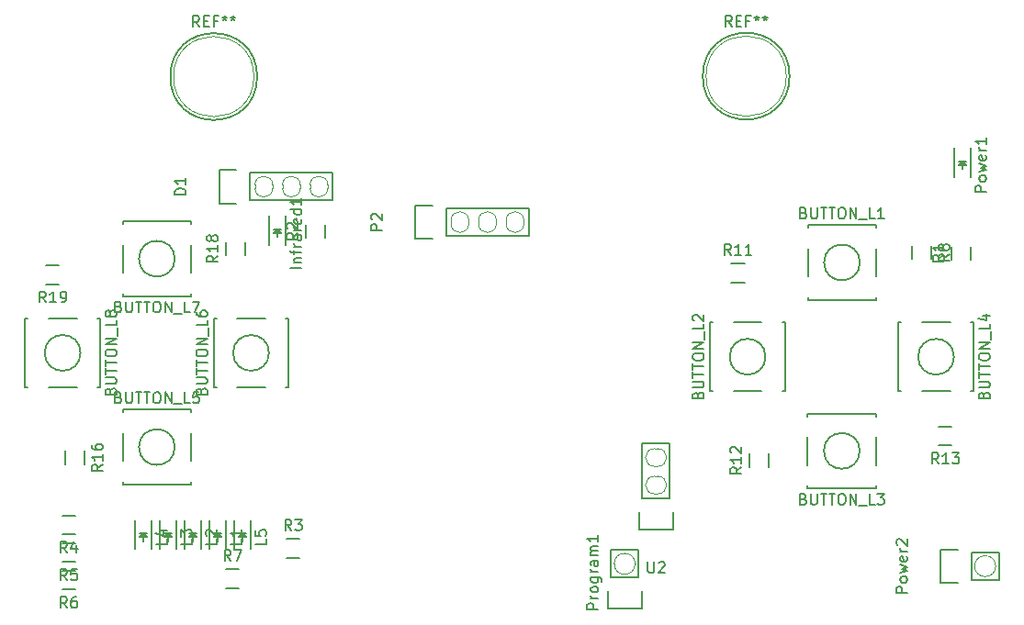
<source format=gto>
G04 #@! TF.FileFunction,Legend,Top*
%FSLAX46Y46*%
G04 Gerber Fmt 4.6, Leading zero omitted, Abs format (unit mm)*
G04 Created by KiCad (PCBNEW 4.0.2+e4-6225~38~ubuntu15.10.1-stable) date Thu 13 Oct 2016 11:17:32 SAST*
%MOMM*%
G01*
G04 APERTURE LIST*
%ADD10C,0.100000*%
%ADD11C,0.150000*%
G04 APERTURE END LIST*
D10*
D11*
X126402600Y-80899000D02*
G75*
G03X126402600Y-80899000I-4000000J0D01*
G01*
X128079100Y-94882100D02*
X128079100Y-94632100D01*
X128079100Y-94632100D02*
X134379100Y-94632100D01*
X134379100Y-94632100D02*
X134379100Y-94882100D01*
X128079100Y-99382100D02*
X128079100Y-96782100D01*
X134379100Y-101282100D02*
X134379100Y-101532100D01*
X134379100Y-101532100D02*
X128079100Y-101532100D01*
X128079100Y-101532100D02*
X128079100Y-101282100D01*
X134379100Y-96782100D02*
X134379100Y-99382100D01*
X132879100Y-98082100D02*
G75*
G03X132879100Y-98082100I-1650000J0D01*
G01*
X119329600Y-109931600D02*
X119079600Y-109931600D01*
X119079600Y-109931600D02*
X119079600Y-103631600D01*
X119079600Y-103631600D02*
X119329600Y-103631600D01*
X123829600Y-109931600D02*
X121229600Y-109931600D01*
X125729600Y-103631600D02*
X125979600Y-103631600D01*
X125979600Y-103631600D02*
X125979600Y-109931600D01*
X125979600Y-109931600D02*
X125729600Y-109931600D01*
X121229600Y-103631600D02*
X123829600Y-103631600D01*
X124179600Y-106781600D02*
G75*
G03X124179600Y-106781600I-1650000J0D01*
G01*
X134366400Y-118668400D02*
X134366400Y-118918400D01*
X134366400Y-118918400D02*
X128066400Y-118918400D01*
X128066400Y-118918400D02*
X128066400Y-118668400D01*
X134366400Y-114168400D02*
X134366400Y-116768400D01*
X128066400Y-112268400D02*
X128066400Y-112018400D01*
X128066400Y-112018400D02*
X134366400Y-112018400D01*
X134366400Y-112018400D02*
X134366400Y-112268400D01*
X128066400Y-116768400D02*
X128066400Y-114168400D01*
X132866400Y-115468400D02*
G75*
G03X132866400Y-115468400I-1650000J0D01*
G01*
X143103200Y-103631600D02*
X143353200Y-103631600D01*
X143353200Y-103631600D02*
X143353200Y-109931600D01*
X143353200Y-109931600D02*
X143103200Y-109931600D01*
X138603200Y-103631600D02*
X141203200Y-103631600D01*
X136703200Y-109931600D02*
X136453200Y-109931600D01*
X136453200Y-109931600D02*
X136453200Y-103631600D01*
X136453200Y-103631600D02*
X136703200Y-103631600D01*
X141203200Y-109931600D02*
X138603200Y-109931600D01*
X141553200Y-106781600D02*
G75*
G03X141553200Y-106781600I-1650000J0D01*
G01*
X64922000Y-111912800D02*
X64922000Y-111662800D01*
X64922000Y-111662800D02*
X71222000Y-111662800D01*
X71222000Y-111662800D02*
X71222000Y-111912800D01*
X64922000Y-116412800D02*
X64922000Y-113812800D01*
X71222000Y-118312800D02*
X71222000Y-118562800D01*
X71222000Y-118562800D02*
X64922000Y-118562800D01*
X64922000Y-118562800D02*
X64922000Y-118312800D01*
X71222000Y-113812800D02*
X71222000Y-116412800D01*
X69722000Y-115112800D02*
G75*
G03X69722000Y-115112800I-1650000J0D01*
G01*
X73558800Y-109576000D02*
X73308800Y-109576000D01*
X73308800Y-109576000D02*
X73308800Y-103276000D01*
X73308800Y-103276000D02*
X73558800Y-103276000D01*
X78058800Y-109576000D02*
X75458800Y-109576000D01*
X79958800Y-103276000D02*
X80208800Y-103276000D01*
X80208800Y-103276000D02*
X80208800Y-109576000D01*
X80208800Y-109576000D02*
X79958800Y-109576000D01*
X75458800Y-103276000D02*
X78058800Y-103276000D01*
X78408800Y-106426000D02*
G75*
G03X78408800Y-106426000I-1650000J0D01*
G01*
X71222000Y-100939200D02*
X71222000Y-101189200D01*
X71222000Y-101189200D02*
X64922000Y-101189200D01*
X64922000Y-101189200D02*
X64922000Y-100939200D01*
X71222000Y-96439200D02*
X71222000Y-99039200D01*
X64922000Y-94539200D02*
X64922000Y-94289200D01*
X64922000Y-94289200D02*
X71222000Y-94289200D01*
X71222000Y-94289200D02*
X71222000Y-94539200D01*
X64922000Y-99039200D02*
X64922000Y-96439200D01*
X69722000Y-97739200D02*
G75*
G03X69722000Y-97739200I-1650000J0D01*
G01*
X62585200Y-103276000D02*
X62835200Y-103276000D01*
X62835200Y-103276000D02*
X62835200Y-109576000D01*
X62835200Y-109576000D02*
X62585200Y-109576000D01*
X58085200Y-103276000D02*
X60685200Y-103276000D01*
X56185200Y-109576000D02*
X55935200Y-109576000D01*
X55935200Y-109576000D02*
X55935200Y-103276000D01*
X55935200Y-103276000D02*
X56185200Y-103276000D01*
X60685200Y-109576000D02*
X58085200Y-109576000D01*
X61035200Y-106426000D02*
G75*
G03X61035200Y-106426000I-1650000J0D01*
G01*
X76657200Y-92354400D02*
X84277200Y-92354400D01*
X76657200Y-89814400D02*
X84277200Y-89814400D01*
X73837200Y-89534400D02*
X75387200Y-89534400D01*
X84277200Y-92354400D02*
X84277200Y-89814400D01*
X76657200Y-89814400D02*
X76657200Y-92354400D01*
X75387200Y-92634400D02*
X73837200Y-92634400D01*
X73837200Y-92634400D02*
X73837200Y-89534400D01*
X78447200Y-93802400D02*
X78447200Y-96502400D01*
X79947200Y-93802400D02*
X79947200Y-96502400D01*
X79047200Y-95302400D02*
X79297200Y-95302400D01*
X79297200Y-95302400D02*
X79147200Y-95152400D01*
X79547200Y-95052400D02*
X78847200Y-95052400D01*
X79197200Y-95402400D02*
X79197200Y-95752400D01*
X79197200Y-95052400D02*
X79547200Y-95402400D01*
X79547200Y-95402400D02*
X78847200Y-95402400D01*
X78847200Y-95402400D02*
X79197200Y-95052400D01*
X72910000Y-121844000D02*
X72910000Y-124544000D01*
X74410000Y-121844000D02*
X74410000Y-124544000D01*
X73510000Y-123344000D02*
X73760000Y-123344000D01*
X73760000Y-123344000D02*
X73610000Y-123194000D01*
X74010000Y-123094000D02*
X73310000Y-123094000D01*
X73660000Y-123444000D02*
X73660000Y-123794000D01*
X73660000Y-123094000D02*
X74010000Y-123444000D01*
X74010000Y-123444000D02*
X73310000Y-123444000D01*
X73310000Y-123444000D02*
X73660000Y-123094000D01*
X70624000Y-121844000D02*
X70624000Y-124544000D01*
X72124000Y-121844000D02*
X72124000Y-124544000D01*
X71224000Y-123344000D02*
X71474000Y-123344000D01*
X71474000Y-123344000D02*
X71324000Y-123194000D01*
X71724000Y-123094000D02*
X71024000Y-123094000D01*
X71374000Y-123444000D02*
X71374000Y-123794000D01*
X71374000Y-123094000D02*
X71724000Y-123444000D01*
X71724000Y-123444000D02*
X71024000Y-123444000D01*
X71024000Y-123444000D02*
X71374000Y-123094000D01*
X68338000Y-121844000D02*
X68338000Y-124544000D01*
X69838000Y-121844000D02*
X69838000Y-124544000D01*
X68938000Y-123344000D02*
X69188000Y-123344000D01*
X69188000Y-123344000D02*
X69038000Y-123194000D01*
X69438000Y-123094000D02*
X68738000Y-123094000D01*
X69088000Y-123444000D02*
X69088000Y-123794000D01*
X69088000Y-123094000D02*
X69438000Y-123444000D01*
X69438000Y-123444000D02*
X68738000Y-123444000D01*
X68738000Y-123444000D02*
X69088000Y-123094000D01*
X66052000Y-121844000D02*
X66052000Y-124544000D01*
X67552000Y-121844000D02*
X67552000Y-124544000D01*
X66652000Y-123344000D02*
X66902000Y-123344000D01*
X66902000Y-123344000D02*
X66752000Y-123194000D01*
X67152000Y-123094000D02*
X66452000Y-123094000D01*
X66802000Y-123444000D02*
X66802000Y-123794000D01*
X66802000Y-123094000D02*
X67152000Y-123444000D01*
X67152000Y-123444000D02*
X66452000Y-123444000D01*
X66452000Y-123444000D02*
X66802000Y-123094000D01*
X75196000Y-121844000D02*
X75196000Y-124544000D01*
X76696000Y-121844000D02*
X76696000Y-124544000D01*
X75796000Y-123344000D02*
X76046000Y-123344000D01*
X76046000Y-123344000D02*
X75896000Y-123194000D01*
X76296000Y-123094000D02*
X75596000Y-123094000D01*
X75946000Y-123444000D02*
X75946000Y-123794000D01*
X75946000Y-123094000D02*
X76296000Y-123444000D01*
X76296000Y-123444000D02*
X75596000Y-123444000D01*
X75596000Y-123444000D02*
X75946000Y-123094000D01*
X94742000Y-95631000D02*
X102362000Y-95631000D01*
X94742000Y-93091000D02*
X102362000Y-93091000D01*
X91922000Y-92811000D02*
X93472000Y-92811000D01*
X102362000Y-95631000D02*
X102362000Y-93091000D01*
X94742000Y-93091000D02*
X94742000Y-95631000D01*
X93472000Y-95911000D02*
X91922000Y-95911000D01*
X91922000Y-95911000D02*
X91922000Y-92811000D01*
X141591600Y-87503200D02*
X141591600Y-90203200D01*
X143091600Y-87503200D02*
X143091600Y-90203200D01*
X142191600Y-89003200D02*
X142441600Y-89003200D01*
X142441600Y-89003200D02*
X142291600Y-88853200D01*
X142691600Y-88753200D02*
X141991600Y-88753200D01*
X142341600Y-89103200D02*
X142341600Y-89453200D01*
X142341600Y-88753200D02*
X142691600Y-89103200D01*
X142691600Y-89103200D02*
X141991600Y-89103200D01*
X141991600Y-89103200D02*
X142341600Y-88753200D01*
X143170000Y-124830000D02*
X145710000Y-124830000D01*
X140350000Y-124550000D02*
X141900000Y-124550000D01*
X143170000Y-124830000D02*
X143170000Y-127370000D01*
X141900000Y-127650000D02*
X140350000Y-127650000D01*
X140350000Y-127650000D02*
X140350000Y-124550000D01*
X143170000Y-127370000D02*
X145710000Y-127370000D01*
X145710000Y-127370000D02*
X145710000Y-124830000D01*
X109931200Y-127152400D02*
X109931200Y-124612400D01*
X109651200Y-129972400D02*
X109651200Y-128422400D01*
X109931200Y-127152400D02*
X112471200Y-127152400D01*
X112751200Y-128422400D02*
X112751200Y-129972400D01*
X112751200Y-129972400D02*
X109651200Y-129972400D01*
X112471200Y-127152400D02*
X112471200Y-124612400D01*
X112471200Y-124612400D02*
X109931200Y-124612400D01*
X143115000Y-96631200D02*
X143115000Y-97831200D01*
X141365000Y-97831200D02*
X141365000Y-96631200D01*
X83577400Y-94599200D02*
X83577400Y-95799200D01*
X81827400Y-95799200D02*
X81827400Y-94599200D01*
X81245000Y-125335000D02*
X80045000Y-125335000D01*
X80045000Y-123585000D02*
X81245000Y-123585000D01*
X59344000Y-121426000D02*
X60544000Y-121426000D01*
X60544000Y-123176000D02*
X59344000Y-123176000D01*
X59344000Y-123966000D02*
X60544000Y-123966000D01*
X60544000Y-125716000D02*
X59344000Y-125716000D01*
X59344000Y-126506000D02*
X60544000Y-126506000D01*
X60544000Y-128256000D02*
X59344000Y-128256000D01*
X75657000Y-128129000D02*
X74457000Y-128129000D01*
X74457000Y-126379000D02*
X75657000Y-126379000D01*
X137707400Y-97780400D02*
X137707400Y-96580400D01*
X139457400Y-96580400D02*
X139457400Y-97780400D01*
X122240600Y-99909600D02*
X121040600Y-99909600D01*
X121040600Y-98159600D02*
X122240600Y-98159600D01*
X124471400Y-115732000D02*
X124471400Y-116932000D01*
X122721400Y-116932000D02*
X122721400Y-115732000D01*
X140166800Y-113221800D02*
X141366800Y-113221800D01*
X141366800Y-114971800D02*
X140166800Y-114971800D01*
X59627800Y-116678000D02*
X59627800Y-115478000D01*
X61377800Y-115478000D02*
X61377800Y-116678000D01*
X76211400Y-96224800D02*
X76211400Y-97424800D01*
X74461400Y-97424800D02*
X74461400Y-96224800D01*
X57870800Y-98337400D02*
X59070800Y-98337400D01*
X59070800Y-100087400D02*
X57870800Y-100087400D01*
X115366800Y-119888000D02*
X115366800Y-114808000D01*
X115366800Y-114808000D02*
X112826800Y-114808000D01*
X112826800Y-114808000D02*
X112826800Y-119888000D01*
X112546800Y-122708000D02*
X112546800Y-121158000D01*
X112826800Y-119888000D02*
X115366800Y-119888000D01*
X115646800Y-121158000D02*
X115646800Y-122708000D01*
X115646800Y-122708000D02*
X112546800Y-122708000D01*
X77317100Y-80937100D02*
G75*
G03X77317100Y-80937100I-4000000J0D01*
G01*
D10*
X126102600Y-80899000D02*
G75*
G03X126102600Y-80899000I-3700000J0D01*
G01*
X78740800Y-91236800D02*
X78740800Y-90932000D01*
X77113600Y-91236800D02*
X77113600Y-90932000D01*
X78740800Y-90932000D02*
G75*
G03X77113600Y-90932000I-813600J0D01*
G01*
X77113600Y-91236800D02*
G75*
G03X78740800Y-91236800I813600J0D01*
G01*
X81280800Y-91236800D02*
X81280800Y-90932000D01*
X79653600Y-91236800D02*
X79653600Y-90932000D01*
X81280800Y-90932000D02*
G75*
G03X79653600Y-90932000I-813600J0D01*
G01*
X79653600Y-91236800D02*
G75*
G03X81280800Y-91236800I813600J0D01*
G01*
X83820800Y-91236800D02*
X83820800Y-90932000D01*
X82193600Y-91236800D02*
X82193600Y-90932000D01*
X83820800Y-90932000D02*
G75*
G03X82193600Y-90932000I-813600J0D01*
G01*
X82193600Y-91236800D02*
G75*
G03X83820800Y-91236800I813600J0D01*
G01*
X96825600Y-94513400D02*
X96825600Y-94208600D01*
X95198400Y-94513400D02*
X95198400Y-94208600D01*
X96825600Y-94208600D02*
G75*
G03X95198400Y-94208600I-813600J0D01*
G01*
X95198400Y-94513400D02*
G75*
G03X96825600Y-94513400I813600J0D01*
G01*
X99365600Y-94513400D02*
X99365600Y-94208600D01*
X97738400Y-94513400D02*
X97738400Y-94208600D01*
X99365600Y-94208600D02*
G75*
G03X97738400Y-94208600I-813600J0D01*
G01*
X97738400Y-94513400D02*
G75*
G03X99365600Y-94513400I813600J0D01*
G01*
X101905600Y-94513400D02*
X101905600Y-94208600D01*
X100278400Y-94513400D02*
X100278400Y-94208600D01*
X101905600Y-94208600D02*
G75*
G03X100278400Y-94208600I-813600J0D01*
G01*
X100278400Y-94513400D02*
G75*
G03X101905600Y-94513400I813600J0D01*
G01*
X144440000Y-127066000D02*
X144440000Y-127066000D01*
X144440000Y-125134000D02*
X144440000Y-125134000D01*
X144440000Y-127066000D02*
G75*
G03X144440000Y-125134000I0J966000D01*
G01*
X144440000Y-125134000D02*
G75*
G03X144440000Y-127066000I0J-966000D01*
G01*
X112167200Y-125882400D02*
X112167200Y-125882400D01*
X110235200Y-125882400D02*
X110235200Y-125882400D01*
X112167200Y-125882400D02*
G75*
G03X110235200Y-125882400I-966000J0D01*
G01*
X110235200Y-125882400D02*
G75*
G03X112167200Y-125882400I966000J0D01*
G01*
X114249200Y-117804400D02*
X113944400Y-117804400D01*
X114249200Y-119431600D02*
X113944400Y-119431600D01*
X113944400Y-117804400D02*
G75*
G03X113944400Y-119431600I0J-813600D01*
G01*
X114249200Y-119431600D02*
G75*
G03X114249200Y-117804400I0J813600D01*
G01*
X114249200Y-115264400D02*
X113944400Y-115264400D01*
X114249200Y-116891600D02*
X113944400Y-116891600D01*
X113944400Y-115264400D02*
G75*
G03X113944400Y-116891600I0J-813600D01*
G01*
X114249200Y-116891600D02*
G75*
G03X114249200Y-115264400I0J813600D01*
G01*
X77017100Y-80937100D02*
G75*
G03X77017100Y-80937100I-3700000J0D01*
G01*
D11*
X121069267Y-76303381D02*
X120735933Y-75827190D01*
X120497838Y-76303381D02*
X120497838Y-75303381D01*
X120878791Y-75303381D01*
X120974029Y-75351000D01*
X121021648Y-75398619D01*
X121069267Y-75493857D01*
X121069267Y-75636714D01*
X121021648Y-75731952D01*
X120974029Y-75779571D01*
X120878791Y-75827190D01*
X120497838Y-75827190D01*
X121497838Y-75779571D02*
X121831172Y-75779571D01*
X121974029Y-76303381D02*
X121497838Y-76303381D01*
X121497838Y-75303381D01*
X121974029Y-75303381D01*
X122735934Y-75779571D02*
X122402600Y-75779571D01*
X122402600Y-76303381D02*
X122402600Y-75303381D01*
X122878791Y-75303381D01*
X123402600Y-75303381D02*
X123402600Y-75541476D01*
X123164505Y-75446238D02*
X123402600Y-75541476D01*
X123640696Y-75446238D01*
X123259743Y-75731952D02*
X123402600Y-75541476D01*
X123545458Y-75731952D01*
X124164505Y-75303381D02*
X124164505Y-75541476D01*
X123926410Y-75446238D02*
X124164505Y-75541476D01*
X124402601Y-75446238D01*
X124021648Y-75731952D02*
X124164505Y-75541476D01*
X124307363Y-75731952D01*
X127705291Y-93510671D02*
X127848148Y-93558290D01*
X127895767Y-93605910D01*
X127943386Y-93701148D01*
X127943386Y-93844005D01*
X127895767Y-93939243D01*
X127848148Y-93986862D01*
X127752910Y-94034481D01*
X127371957Y-94034481D01*
X127371957Y-93034481D01*
X127705291Y-93034481D01*
X127800529Y-93082100D01*
X127848148Y-93129719D01*
X127895767Y-93224957D01*
X127895767Y-93320195D01*
X127848148Y-93415433D01*
X127800529Y-93463052D01*
X127705291Y-93510671D01*
X127371957Y-93510671D01*
X128371957Y-93034481D02*
X128371957Y-93844005D01*
X128419576Y-93939243D01*
X128467195Y-93986862D01*
X128562433Y-94034481D01*
X128752910Y-94034481D01*
X128848148Y-93986862D01*
X128895767Y-93939243D01*
X128943386Y-93844005D01*
X128943386Y-93034481D01*
X129276719Y-93034481D02*
X129848148Y-93034481D01*
X129562433Y-94034481D02*
X129562433Y-93034481D01*
X130038624Y-93034481D02*
X130610053Y-93034481D01*
X130324338Y-94034481D02*
X130324338Y-93034481D01*
X131133862Y-93034481D02*
X131324339Y-93034481D01*
X131419577Y-93082100D01*
X131514815Y-93177338D01*
X131562434Y-93367814D01*
X131562434Y-93701148D01*
X131514815Y-93891624D01*
X131419577Y-93986862D01*
X131324339Y-94034481D01*
X131133862Y-94034481D01*
X131038624Y-93986862D01*
X130943386Y-93891624D01*
X130895767Y-93701148D01*
X130895767Y-93367814D01*
X130943386Y-93177338D01*
X131038624Y-93082100D01*
X131133862Y-93034481D01*
X131991005Y-94034481D02*
X131991005Y-93034481D01*
X132562434Y-94034481D01*
X132562434Y-93034481D01*
X132800529Y-94129719D02*
X133562434Y-94129719D01*
X134276720Y-94034481D02*
X133800529Y-94034481D01*
X133800529Y-93034481D01*
X135133863Y-94034481D02*
X134562434Y-94034481D01*
X134848148Y-94034481D02*
X134848148Y-93034481D01*
X134752910Y-93177338D01*
X134657672Y-93272576D01*
X134562434Y-93320195D01*
X117958171Y-110305409D02*
X118005790Y-110162552D01*
X118053410Y-110114933D01*
X118148648Y-110067314D01*
X118291505Y-110067314D01*
X118386743Y-110114933D01*
X118434362Y-110162552D01*
X118481981Y-110257790D01*
X118481981Y-110638743D01*
X117481981Y-110638743D01*
X117481981Y-110305409D01*
X117529600Y-110210171D01*
X117577219Y-110162552D01*
X117672457Y-110114933D01*
X117767695Y-110114933D01*
X117862933Y-110162552D01*
X117910552Y-110210171D01*
X117958171Y-110305409D01*
X117958171Y-110638743D01*
X117481981Y-109638743D02*
X118291505Y-109638743D01*
X118386743Y-109591124D01*
X118434362Y-109543505D01*
X118481981Y-109448267D01*
X118481981Y-109257790D01*
X118434362Y-109162552D01*
X118386743Y-109114933D01*
X118291505Y-109067314D01*
X117481981Y-109067314D01*
X117481981Y-108733981D02*
X117481981Y-108162552D01*
X118481981Y-108448267D02*
X117481981Y-108448267D01*
X117481981Y-107972076D02*
X117481981Y-107400647D01*
X118481981Y-107686362D02*
X117481981Y-107686362D01*
X117481981Y-106876838D02*
X117481981Y-106686361D01*
X117529600Y-106591123D01*
X117624838Y-106495885D01*
X117815314Y-106448266D01*
X118148648Y-106448266D01*
X118339124Y-106495885D01*
X118434362Y-106591123D01*
X118481981Y-106686361D01*
X118481981Y-106876838D01*
X118434362Y-106972076D01*
X118339124Y-107067314D01*
X118148648Y-107114933D01*
X117815314Y-107114933D01*
X117624838Y-107067314D01*
X117529600Y-106972076D01*
X117481981Y-106876838D01*
X118481981Y-106019695D02*
X117481981Y-106019695D01*
X118481981Y-105448266D01*
X117481981Y-105448266D01*
X118577219Y-105210171D02*
X118577219Y-104448266D01*
X118481981Y-103733980D02*
X118481981Y-104210171D01*
X117481981Y-104210171D01*
X117577219Y-103448266D02*
X117529600Y-103400647D01*
X117481981Y-103305409D01*
X117481981Y-103067313D01*
X117529600Y-102972075D01*
X117577219Y-102924456D01*
X117672457Y-102876837D01*
X117767695Y-102876837D01*
X117910552Y-102924456D01*
X118481981Y-103495885D01*
X118481981Y-102876837D01*
X127692591Y-119896971D02*
X127835448Y-119944590D01*
X127883067Y-119992210D01*
X127930686Y-120087448D01*
X127930686Y-120230305D01*
X127883067Y-120325543D01*
X127835448Y-120373162D01*
X127740210Y-120420781D01*
X127359257Y-120420781D01*
X127359257Y-119420781D01*
X127692591Y-119420781D01*
X127787829Y-119468400D01*
X127835448Y-119516019D01*
X127883067Y-119611257D01*
X127883067Y-119706495D01*
X127835448Y-119801733D01*
X127787829Y-119849352D01*
X127692591Y-119896971D01*
X127359257Y-119896971D01*
X128359257Y-119420781D02*
X128359257Y-120230305D01*
X128406876Y-120325543D01*
X128454495Y-120373162D01*
X128549733Y-120420781D01*
X128740210Y-120420781D01*
X128835448Y-120373162D01*
X128883067Y-120325543D01*
X128930686Y-120230305D01*
X128930686Y-119420781D01*
X129264019Y-119420781D02*
X129835448Y-119420781D01*
X129549733Y-120420781D02*
X129549733Y-119420781D01*
X130025924Y-119420781D02*
X130597353Y-119420781D01*
X130311638Y-120420781D02*
X130311638Y-119420781D01*
X131121162Y-119420781D02*
X131311639Y-119420781D01*
X131406877Y-119468400D01*
X131502115Y-119563638D01*
X131549734Y-119754114D01*
X131549734Y-120087448D01*
X131502115Y-120277924D01*
X131406877Y-120373162D01*
X131311639Y-120420781D01*
X131121162Y-120420781D01*
X131025924Y-120373162D01*
X130930686Y-120277924D01*
X130883067Y-120087448D01*
X130883067Y-119754114D01*
X130930686Y-119563638D01*
X131025924Y-119468400D01*
X131121162Y-119420781D01*
X131978305Y-120420781D02*
X131978305Y-119420781D01*
X132549734Y-120420781D01*
X132549734Y-119420781D01*
X132787829Y-120516019D02*
X133549734Y-120516019D01*
X134264020Y-120420781D02*
X133787829Y-120420781D01*
X133787829Y-119420781D01*
X134502115Y-119420781D02*
X135121163Y-119420781D01*
X134787829Y-119801733D01*
X134930687Y-119801733D01*
X135025925Y-119849352D01*
X135073544Y-119896971D01*
X135121163Y-119992210D01*
X135121163Y-120230305D01*
X135073544Y-120325543D01*
X135025925Y-120373162D01*
X134930687Y-120420781D01*
X134644972Y-120420781D01*
X134549734Y-120373162D01*
X134502115Y-120325543D01*
X144331771Y-110305409D02*
X144379390Y-110162552D01*
X144427010Y-110114933D01*
X144522248Y-110067314D01*
X144665105Y-110067314D01*
X144760343Y-110114933D01*
X144807962Y-110162552D01*
X144855581Y-110257790D01*
X144855581Y-110638743D01*
X143855581Y-110638743D01*
X143855581Y-110305409D01*
X143903200Y-110210171D01*
X143950819Y-110162552D01*
X144046057Y-110114933D01*
X144141295Y-110114933D01*
X144236533Y-110162552D01*
X144284152Y-110210171D01*
X144331771Y-110305409D01*
X144331771Y-110638743D01*
X143855581Y-109638743D02*
X144665105Y-109638743D01*
X144760343Y-109591124D01*
X144807962Y-109543505D01*
X144855581Y-109448267D01*
X144855581Y-109257790D01*
X144807962Y-109162552D01*
X144760343Y-109114933D01*
X144665105Y-109067314D01*
X143855581Y-109067314D01*
X143855581Y-108733981D02*
X143855581Y-108162552D01*
X144855581Y-108448267D02*
X143855581Y-108448267D01*
X143855581Y-107972076D02*
X143855581Y-107400647D01*
X144855581Y-107686362D02*
X143855581Y-107686362D01*
X143855581Y-106876838D02*
X143855581Y-106686361D01*
X143903200Y-106591123D01*
X143998438Y-106495885D01*
X144188914Y-106448266D01*
X144522248Y-106448266D01*
X144712724Y-106495885D01*
X144807962Y-106591123D01*
X144855581Y-106686361D01*
X144855581Y-106876838D01*
X144807962Y-106972076D01*
X144712724Y-107067314D01*
X144522248Y-107114933D01*
X144188914Y-107114933D01*
X143998438Y-107067314D01*
X143903200Y-106972076D01*
X143855581Y-106876838D01*
X144855581Y-106019695D02*
X143855581Y-106019695D01*
X144855581Y-105448266D01*
X143855581Y-105448266D01*
X144950819Y-105210171D02*
X144950819Y-104448266D01*
X144855581Y-103733980D02*
X144855581Y-104210171D01*
X143855581Y-104210171D01*
X144188914Y-102972075D02*
X144855581Y-102972075D01*
X143807962Y-103210171D02*
X144522248Y-103448266D01*
X144522248Y-102829218D01*
X64548191Y-110541371D02*
X64691048Y-110588990D01*
X64738667Y-110636610D01*
X64786286Y-110731848D01*
X64786286Y-110874705D01*
X64738667Y-110969943D01*
X64691048Y-111017562D01*
X64595810Y-111065181D01*
X64214857Y-111065181D01*
X64214857Y-110065181D01*
X64548191Y-110065181D01*
X64643429Y-110112800D01*
X64691048Y-110160419D01*
X64738667Y-110255657D01*
X64738667Y-110350895D01*
X64691048Y-110446133D01*
X64643429Y-110493752D01*
X64548191Y-110541371D01*
X64214857Y-110541371D01*
X65214857Y-110065181D02*
X65214857Y-110874705D01*
X65262476Y-110969943D01*
X65310095Y-111017562D01*
X65405333Y-111065181D01*
X65595810Y-111065181D01*
X65691048Y-111017562D01*
X65738667Y-110969943D01*
X65786286Y-110874705D01*
X65786286Y-110065181D01*
X66119619Y-110065181D02*
X66691048Y-110065181D01*
X66405333Y-111065181D02*
X66405333Y-110065181D01*
X66881524Y-110065181D02*
X67452953Y-110065181D01*
X67167238Y-111065181D02*
X67167238Y-110065181D01*
X67976762Y-110065181D02*
X68167239Y-110065181D01*
X68262477Y-110112800D01*
X68357715Y-110208038D01*
X68405334Y-110398514D01*
X68405334Y-110731848D01*
X68357715Y-110922324D01*
X68262477Y-111017562D01*
X68167239Y-111065181D01*
X67976762Y-111065181D01*
X67881524Y-111017562D01*
X67786286Y-110922324D01*
X67738667Y-110731848D01*
X67738667Y-110398514D01*
X67786286Y-110208038D01*
X67881524Y-110112800D01*
X67976762Y-110065181D01*
X68833905Y-111065181D02*
X68833905Y-110065181D01*
X69405334Y-111065181D01*
X69405334Y-110065181D01*
X69643429Y-111160419D02*
X70405334Y-111160419D01*
X71119620Y-111065181D02*
X70643429Y-111065181D01*
X70643429Y-110065181D01*
X71929144Y-110065181D02*
X71452953Y-110065181D01*
X71405334Y-110541371D01*
X71452953Y-110493752D01*
X71548191Y-110446133D01*
X71786287Y-110446133D01*
X71881525Y-110493752D01*
X71929144Y-110541371D01*
X71976763Y-110636610D01*
X71976763Y-110874705D01*
X71929144Y-110969943D01*
X71881525Y-111017562D01*
X71786287Y-111065181D01*
X71548191Y-111065181D01*
X71452953Y-111017562D01*
X71405334Y-110969943D01*
X72187371Y-109949809D02*
X72234990Y-109806952D01*
X72282610Y-109759333D01*
X72377848Y-109711714D01*
X72520705Y-109711714D01*
X72615943Y-109759333D01*
X72663562Y-109806952D01*
X72711181Y-109902190D01*
X72711181Y-110283143D01*
X71711181Y-110283143D01*
X71711181Y-109949809D01*
X71758800Y-109854571D01*
X71806419Y-109806952D01*
X71901657Y-109759333D01*
X71996895Y-109759333D01*
X72092133Y-109806952D01*
X72139752Y-109854571D01*
X72187371Y-109949809D01*
X72187371Y-110283143D01*
X71711181Y-109283143D02*
X72520705Y-109283143D01*
X72615943Y-109235524D01*
X72663562Y-109187905D01*
X72711181Y-109092667D01*
X72711181Y-108902190D01*
X72663562Y-108806952D01*
X72615943Y-108759333D01*
X72520705Y-108711714D01*
X71711181Y-108711714D01*
X71711181Y-108378381D02*
X71711181Y-107806952D01*
X72711181Y-108092667D02*
X71711181Y-108092667D01*
X71711181Y-107616476D02*
X71711181Y-107045047D01*
X72711181Y-107330762D02*
X71711181Y-107330762D01*
X71711181Y-106521238D02*
X71711181Y-106330761D01*
X71758800Y-106235523D01*
X71854038Y-106140285D01*
X72044514Y-106092666D01*
X72377848Y-106092666D01*
X72568324Y-106140285D01*
X72663562Y-106235523D01*
X72711181Y-106330761D01*
X72711181Y-106521238D01*
X72663562Y-106616476D01*
X72568324Y-106711714D01*
X72377848Y-106759333D01*
X72044514Y-106759333D01*
X71854038Y-106711714D01*
X71758800Y-106616476D01*
X71711181Y-106521238D01*
X72711181Y-105664095D02*
X71711181Y-105664095D01*
X72711181Y-105092666D01*
X71711181Y-105092666D01*
X72806419Y-104854571D02*
X72806419Y-104092666D01*
X72711181Y-103378380D02*
X72711181Y-103854571D01*
X71711181Y-103854571D01*
X71711181Y-102616475D02*
X71711181Y-102806952D01*
X71758800Y-102902190D01*
X71806419Y-102949809D01*
X71949276Y-103045047D01*
X72139752Y-103092666D01*
X72520705Y-103092666D01*
X72615943Y-103045047D01*
X72663562Y-102997428D01*
X72711181Y-102902190D01*
X72711181Y-102711713D01*
X72663562Y-102616475D01*
X72615943Y-102568856D01*
X72520705Y-102521237D01*
X72282610Y-102521237D01*
X72187371Y-102568856D01*
X72139752Y-102616475D01*
X72092133Y-102711713D01*
X72092133Y-102902190D01*
X72139752Y-102997428D01*
X72187371Y-103045047D01*
X72282610Y-103092666D01*
X64548191Y-102167771D02*
X64691048Y-102215390D01*
X64738667Y-102263010D01*
X64786286Y-102358248D01*
X64786286Y-102501105D01*
X64738667Y-102596343D01*
X64691048Y-102643962D01*
X64595810Y-102691581D01*
X64214857Y-102691581D01*
X64214857Y-101691581D01*
X64548191Y-101691581D01*
X64643429Y-101739200D01*
X64691048Y-101786819D01*
X64738667Y-101882057D01*
X64738667Y-101977295D01*
X64691048Y-102072533D01*
X64643429Y-102120152D01*
X64548191Y-102167771D01*
X64214857Y-102167771D01*
X65214857Y-101691581D02*
X65214857Y-102501105D01*
X65262476Y-102596343D01*
X65310095Y-102643962D01*
X65405333Y-102691581D01*
X65595810Y-102691581D01*
X65691048Y-102643962D01*
X65738667Y-102596343D01*
X65786286Y-102501105D01*
X65786286Y-101691581D01*
X66119619Y-101691581D02*
X66691048Y-101691581D01*
X66405333Y-102691581D02*
X66405333Y-101691581D01*
X66881524Y-101691581D02*
X67452953Y-101691581D01*
X67167238Y-102691581D02*
X67167238Y-101691581D01*
X67976762Y-101691581D02*
X68167239Y-101691581D01*
X68262477Y-101739200D01*
X68357715Y-101834438D01*
X68405334Y-102024914D01*
X68405334Y-102358248D01*
X68357715Y-102548724D01*
X68262477Y-102643962D01*
X68167239Y-102691581D01*
X67976762Y-102691581D01*
X67881524Y-102643962D01*
X67786286Y-102548724D01*
X67738667Y-102358248D01*
X67738667Y-102024914D01*
X67786286Y-101834438D01*
X67881524Y-101739200D01*
X67976762Y-101691581D01*
X68833905Y-102691581D02*
X68833905Y-101691581D01*
X69405334Y-102691581D01*
X69405334Y-101691581D01*
X69643429Y-102786819D02*
X70405334Y-102786819D01*
X71119620Y-102691581D02*
X70643429Y-102691581D01*
X70643429Y-101691581D01*
X71357715Y-101691581D02*
X72024382Y-101691581D01*
X71595810Y-102691581D01*
X63813771Y-109949809D02*
X63861390Y-109806952D01*
X63909010Y-109759333D01*
X64004248Y-109711714D01*
X64147105Y-109711714D01*
X64242343Y-109759333D01*
X64289962Y-109806952D01*
X64337581Y-109902190D01*
X64337581Y-110283143D01*
X63337581Y-110283143D01*
X63337581Y-109949809D01*
X63385200Y-109854571D01*
X63432819Y-109806952D01*
X63528057Y-109759333D01*
X63623295Y-109759333D01*
X63718533Y-109806952D01*
X63766152Y-109854571D01*
X63813771Y-109949809D01*
X63813771Y-110283143D01*
X63337581Y-109283143D02*
X64147105Y-109283143D01*
X64242343Y-109235524D01*
X64289962Y-109187905D01*
X64337581Y-109092667D01*
X64337581Y-108902190D01*
X64289962Y-108806952D01*
X64242343Y-108759333D01*
X64147105Y-108711714D01*
X63337581Y-108711714D01*
X63337581Y-108378381D02*
X63337581Y-107806952D01*
X64337581Y-108092667D02*
X63337581Y-108092667D01*
X63337581Y-107616476D02*
X63337581Y-107045047D01*
X64337581Y-107330762D02*
X63337581Y-107330762D01*
X63337581Y-106521238D02*
X63337581Y-106330761D01*
X63385200Y-106235523D01*
X63480438Y-106140285D01*
X63670914Y-106092666D01*
X64004248Y-106092666D01*
X64194724Y-106140285D01*
X64289962Y-106235523D01*
X64337581Y-106330761D01*
X64337581Y-106521238D01*
X64289962Y-106616476D01*
X64194724Y-106711714D01*
X64004248Y-106759333D01*
X63670914Y-106759333D01*
X63480438Y-106711714D01*
X63385200Y-106616476D01*
X63337581Y-106521238D01*
X64337581Y-105664095D02*
X63337581Y-105664095D01*
X64337581Y-105092666D01*
X63337581Y-105092666D01*
X64432819Y-104854571D02*
X64432819Y-104092666D01*
X64337581Y-103378380D02*
X64337581Y-103854571D01*
X63337581Y-103854571D01*
X63766152Y-102902190D02*
X63718533Y-102997428D01*
X63670914Y-103045047D01*
X63575676Y-103092666D01*
X63528057Y-103092666D01*
X63432819Y-103045047D01*
X63385200Y-102997428D01*
X63337581Y-102902190D01*
X63337581Y-102711713D01*
X63385200Y-102616475D01*
X63432819Y-102568856D01*
X63528057Y-102521237D01*
X63575676Y-102521237D01*
X63670914Y-102568856D01*
X63718533Y-102616475D01*
X63766152Y-102711713D01*
X63766152Y-102902190D01*
X63813771Y-102997428D01*
X63861390Y-103045047D01*
X63956629Y-103092666D01*
X64147105Y-103092666D01*
X64242343Y-103045047D01*
X64289962Y-102997428D01*
X64337581Y-102902190D01*
X64337581Y-102711713D01*
X64289962Y-102616475D01*
X64242343Y-102568856D01*
X64147105Y-102521237D01*
X63956629Y-102521237D01*
X63861390Y-102568856D01*
X63813771Y-102616475D01*
X63766152Y-102711713D01*
X70739581Y-91822495D02*
X69739581Y-91822495D01*
X69739581Y-91584400D01*
X69787200Y-91441542D01*
X69882438Y-91346304D01*
X69977676Y-91298685D01*
X70168152Y-91251066D01*
X70311010Y-91251066D01*
X70501486Y-91298685D01*
X70596724Y-91346304D01*
X70691962Y-91441542D01*
X70739581Y-91584400D01*
X70739581Y-91822495D01*
X70739581Y-90298685D02*
X70739581Y-90870114D01*
X70739581Y-90584400D02*
X69739581Y-90584400D01*
X69882438Y-90679638D01*
X69977676Y-90774876D01*
X70025295Y-90870114D01*
X81399581Y-98569067D02*
X80399581Y-98569067D01*
X80732914Y-98092877D02*
X81399581Y-98092877D01*
X80828152Y-98092877D02*
X80780533Y-98045258D01*
X80732914Y-97950020D01*
X80732914Y-97807162D01*
X80780533Y-97711924D01*
X80875771Y-97664305D01*
X81399581Y-97664305D01*
X80732914Y-97330972D02*
X80732914Y-96950020D01*
X81399581Y-97188115D02*
X80542438Y-97188115D01*
X80447200Y-97140496D01*
X80399581Y-97045258D01*
X80399581Y-96950020D01*
X81399581Y-96616686D02*
X80732914Y-96616686D01*
X80923390Y-96616686D02*
X80828152Y-96569067D01*
X80780533Y-96521448D01*
X80732914Y-96426210D01*
X80732914Y-96330971D01*
X81399581Y-95569066D02*
X80875771Y-95569066D01*
X80780533Y-95616685D01*
X80732914Y-95711923D01*
X80732914Y-95902400D01*
X80780533Y-95997638D01*
X81351962Y-95569066D02*
X81399581Y-95664304D01*
X81399581Y-95902400D01*
X81351962Y-95997638D01*
X81256724Y-96045257D01*
X81161486Y-96045257D01*
X81066248Y-95997638D01*
X81018629Y-95902400D01*
X81018629Y-95664304D01*
X80971010Y-95569066D01*
X81399581Y-95092876D02*
X80732914Y-95092876D01*
X80923390Y-95092876D02*
X80828152Y-95045257D01*
X80780533Y-94997638D01*
X80732914Y-94902400D01*
X80732914Y-94807161D01*
X81351962Y-94092875D02*
X81399581Y-94188113D01*
X81399581Y-94378590D01*
X81351962Y-94473828D01*
X81256724Y-94521447D01*
X80875771Y-94521447D01*
X80780533Y-94473828D01*
X80732914Y-94378590D01*
X80732914Y-94188113D01*
X80780533Y-94092875D01*
X80875771Y-94045256D01*
X80971010Y-94045256D01*
X81066248Y-94521447D01*
X81399581Y-93188113D02*
X80399581Y-93188113D01*
X81351962Y-93188113D02*
X81399581Y-93283351D01*
X81399581Y-93473828D01*
X81351962Y-93569066D01*
X81304343Y-93616685D01*
X81209105Y-93664304D01*
X80923390Y-93664304D01*
X80828152Y-93616685D01*
X80780533Y-93569066D01*
X80732914Y-93473828D01*
X80732914Y-93283351D01*
X80780533Y-93188113D01*
X81399581Y-92188113D02*
X81399581Y-92759542D01*
X81399581Y-92473828D02*
X80399581Y-92473828D01*
X80542438Y-92569066D01*
X80637676Y-92664304D01*
X80685295Y-92759542D01*
X75862381Y-123610666D02*
X75862381Y-124086857D01*
X74862381Y-124086857D01*
X75862381Y-122753523D02*
X75862381Y-123324952D01*
X75862381Y-123039238D02*
X74862381Y-123039238D01*
X75005238Y-123134476D01*
X75100476Y-123229714D01*
X75148095Y-123324952D01*
X73576381Y-123610666D02*
X73576381Y-124086857D01*
X72576381Y-124086857D01*
X72671619Y-123324952D02*
X72624000Y-123277333D01*
X72576381Y-123182095D01*
X72576381Y-122943999D01*
X72624000Y-122848761D01*
X72671619Y-122801142D01*
X72766857Y-122753523D01*
X72862095Y-122753523D01*
X73004952Y-122801142D01*
X73576381Y-123372571D01*
X73576381Y-122753523D01*
X71290381Y-123610666D02*
X71290381Y-124086857D01*
X70290381Y-124086857D01*
X70290381Y-123372571D02*
X70290381Y-122753523D01*
X70671333Y-123086857D01*
X70671333Y-122943999D01*
X70718952Y-122848761D01*
X70766571Y-122801142D01*
X70861810Y-122753523D01*
X71099905Y-122753523D01*
X71195143Y-122801142D01*
X71242762Y-122848761D01*
X71290381Y-122943999D01*
X71290381Y-123229714D01*
X71242762Y-123324952D01*
X71195143Y-123372571D01*
X69004381Y-123610666D02*
X69004381Y-124086857D01*
X68004381Y-124086857D01*
X68337714Y-122848761D02*
X69004381Y-122848761D01*
X67956762Y-123086857D02*
X68671048Y-123324952D01*
X68671048Y-122705904D01*
X78148381Y-123610666D02*
X78148381Y-124086857D01*
X77148381Y-124086857D01*
X77148381Y-122801142D02*
X77148381Y-123277333D01*
X77624571Y-123324952D01*
X77576952Y-123277333D01*
X77529333Y-123182095D01*
X77529333Y-122943999D01*
X77576952Y-122848761D01*
X77624571Y-122801142D01*
X77719810Y-122753523D01*
X77957905Y-122753523D01*
X78053143Y-122801142D01*
X78100762Y-122848761D01*
X78148381Y-122943999D01*
X78148381Y-123182095D01*
X78100762Y-123277333D01*
X78053143Y-123324952D01*
X88824381Y-95099095D02*
X87824381Y-95099095D01*
X87824381Y-94718142D01*
X87872000Y-94622904D01*
X87919619Y-94575285D01*
X88014857Y-94527666D01*
X88157714Y-94527666D01*
X88252952Y-94575285D01*
X88300571Y-94622904D01*
X88348190Y-94718142D01*
X88348190Y-95099095D01*
X87919619Y-94146714D02*
X87872000Y-94099095D01*
X87824381Y-94003857D01*
X87824381Y-93765761D01*
X87872000Y-93670523D01*
X87919619Y-93622904D01*
X88014857Y-93575285D01*
X88110095Y-93575285D01*
X88252952Y-93622904D01*
X88824381Y-94194333D01*
X88824381Y-93575285D01*
X144543981Y-91555581D02*
X143543981Y-91555581D01*
X143543981Y-91174628D01*
X143591600Y-91079390D01*
X143639219Y-91031771D01*
X143734457Y-90984152D01*
X143877314Y-90984152D01*
X143972552Y-91031771D01*
X144020171Y-91079390D01*
X144067790Y-91174628D01*
X144067790Y-91555581D01*
X144543981Y-90412724D02*
X144496362Y-90507962D01*
X144448743Y-90555581D01*
X144353505Y-90603200D01*
X144067790Y-90603200D01*
X143972552Y-90555581D01*
X143924933Y-90507962D01*
X143877314Y-90412724D01*
X143877314Y-90269866D01*
X143924933Y-90174628D01*
X143972552Y-90127009D01*
X144067790Y-90079390D01*
X144353505Y-90079390D01*
X144448743Y-90127009D01*
X144496362Y-90174628D01*
X144543981Y-90269866D01*
X144543981Y-90412724D01*
X143877314Y-89746057D02*
X144543981Y-89555581D01*
X144067790Y-89365104D01*
X144543981Y-89174628D01*
X143877314Y-88984152D01*
X144496362Y-88222247D02*
X144543981Y-88317485D01*
X144543981Y-88507962D01*
X144496362Y-88603200D01*
X144401124Y-88650819D01*
X144020171Y-88650819D01*
X143924933Y-88603200D01*
X143877314Y-88507962D01*
X143877314Y-88317485D01*
X143924933Y-88222247D01*
X144020171Y-88174628D01*
X144115410Y-88174628D01*
X144210648Y-88650819D01*
X144543981Y-87746057D02*
X143877314Y-87746057D01*
X144067790Y-87746057D02*
X143972552Y-87698438D01*
X143924933Y-87650819D01*
X143877314Y-87555581D01*
X143877314Y-87460342D01*
X144543981Y-86603199D02*
X144543981Y-87174628D01*
X144543981Y-86888914D02*
X143543981Y-86888914D01*
X143686838Y-86984152D01*
X143782076Y-87079390D01*
X143829695Y-87174628D01*
X137252381Y-128552381D02*
X136252381Y-128552381D01*
X136252381Y-128171428D01*
X136300000Y-128076190D01*
X136347619Y-128028571D01*
X136442857Y-127980952D01*
X136585714Y-127980952D01*
X136680952Y-128028571D01*
X136728571Y-128076190D01*
X136776190Y-128171428D01*
X136776190Y-128552381D01*
X137252381Y-127409524D02*
X137204762Y-127504762D01*
X137157143Y-127552381D01*
X137061905Y-127600000D01*
X136776190Y-127600000D01*
X136680952Y-127552381D01*
X136633333Y-127504762D01*
X136585714Y-127409524D01*
X136585714Y-127266666D01*
X136633333Y-127171428D01*
X136680952Y-127123809D01*
X136776190Y-127076190D01*
X137061905Y-127076190D01*
X137157143Y-127123809D01*
X137204762Y-127171428D01*
X137252381Y-127266666D01*
X137252381Y-127409524D01*
X136585714Y-126742857D02*
X137252381Y-126552381D01*
X136776190Y-126361904D01*
X137252381Y-126171428D01*
X136585714Y-125980952D01*
X137204762Y-125219047D02*
X137252381Y-125314285D01*
X137252381Y-125504762D01*
X137204762Y-125600000D01*
X137109524Y-125647619D01*
X136728571Y-125647619D01*
X136633333Y-125600000D01*
X136585714Y-125504762D01*
X136585714Y-125314285D01*
X136633333Y-125219047D01*
X136728571Y-125171428D01*
X136823810Y-125171428D01*
X136919048Y-125647619D01*
X137252381Y-124742857D02*
X136585714Y-124742857D01*
X136776190Y-124742857D02*
X136680952Y-124695238D01*
X136633333Y-124647619D01*
X136585714Y-124552381D01*
X136585714Y-124457142D01*
X136347619Y-124171428D02*
X136300000Y-124123809D01*
X136252381Y-124028571D01*
X136252381Y-123790475D01*
X136300000Y-123695237D01*
X136347619Y-123647618D01*
X136442857Y-123599999D01*
X136538095Y-123599999D01*
X136680952Y-123647618D01*
X137252381Y-124219047D01*
X137252381Y-123599999D01*
X108752381Y-130080953D02*
X107752381Y-130080953D01*
X107752381Y-129700000D01*
X107800000Y-129604762D01*
X107847619Y-129557143D01*
X107942857Y-129509524D01*
X108085714Y-129509524D01*
X108180952Y-129557143D01*
X108228571Y-129604762D01*
X108276190Y-129700000D01*
X108276190Y-130080953D01*
X108752381Y-129080953D02*
X108085714Y-129080953D01*
X108276190Y-129080953D02*
X108180952Y-129033334D01*
X108133333Y-128985715D01*
X108085714Y-128890477D01*
X108085714Y-128795238D01*
X108752381Y-128319048D02*
X108704762Y-128414286D01*
X108657143Y-128461905D01*
X108561905Y-128509524D01*
X108276190Y-128509524D01*
X108180952Y-128461905D01*
X108133333Y-128414286D01*
X108085714Y-128319048D01*
X108085714Y-128176190D01*
X108133333Y-128080952D01*
X108180952Y-128033333D01*
X108276190Y-127985714D01*
X108561905Y-127985714D01*
X108657143Y-128033333D01*
X108704762Y-128080952D01*
X108752381Y-128176190D01*
X108752381Y-128319048D01*
X108085714Y-127128571D02*
X108895238Y-127128571D01*
X108990476Y-127176190D01*
X109038095Y-127223809D01*
X109085714Y-127319048D01*
X109085714Y-127461905D01*
X109038095Y-127557143D01*
X108704762Y-127128571D02*
X108752381Y-127223809D01*
X108752381Y-127414286D01*
X108704762Y-127509524D01*
X108657143Y-127557143D01*
X108561905Y-127604762D01*
X108276190Y-127604762D01*
X108180952Y-127557143D01*
X108133333Y-127509524D01*
X108085714Y-127414286D01*
X108085714Y-127223809D01*
X108133333Y-127128571D01*
X108752381Y-126652381D02*
X108085714Y-126652381D01*
X108276190Y-126652381D02*
X108180952Y-126604762D01*
X108133333Y-126557143D01*
X108085714Y-126461905D01*
X108085714Y-126366666D01*
X108752381Y-125604761D02*
X108228571Y-125604761D01*
X108133333Y-125652380D01*
X108085714Y-125747618D01*
X108085714Y-125938095D01*
X108133333Y-126033333D01*
X108704762Y-125604761D02*
X108752381Y-125699999D01*
X108752381Y-125938095D01*
X108704762Y-126033333D01*
X108609524Y-126080952D01*
X108514286Y-126080952D01*
X108419048Y-126033333D01*
X108371429Y-125938095D01*
X108371429Y-125699999D01*
X108323810Y-125604761D01*
X108752381Y-125128571D02*
X108085714Y-125128571D01*
X108180952Y-125128571D02*
X108133333Y-125080952D01*
X108085714Y-124985714D01*
X108085714Y-124842856D01*
X108133333Y-124747618D01*
X108228571Y-124699999D01*
X108752381Y-124699999D01*
X108228571Y-124699999D02*
X108133333Y-124652380D01*
X108085714Y-124557142D01*
X108085714Y-124414285D01*
X108133333Y-124319047D01*
X108228571Y-124271428D01*
X108752381Y-124271428D01*
X108752381Y-123271428D02*
X108752381Y-123842857D01*
X108752381Y-123557143D02*
X107752381Y-123557143D01*
X107895238Y-123652381D01*
X107990476Y-123747619D01*
X108038095Y-123842857D01*
X140592381Y-97397866D02*
X140116190Y-97731200D01*
X140592381Y-97969295D02*
X139592381Y-97969295D01*
X139592381Y-97588342D01*
X139640000Y-97493104D01*
X139687619Y-97445485D01*
X139782857Y-97397866D01*
X139925714Y-97397866D01*
X140020952Y-97445485D01*
X140068571Y-97493104D01*
X140116190Y-97588342D01*
X140116190Y-97969295D01*
X140592381Y-96445485D02*
X140592381Y-97016914D01*
X140592381Y-96731200D02*
X139592381Y-96731200D01*
X139735238Y-96826438D01*
X139830476Y-96921676D01*
X139878095Y-97016914D01*
X81054781Y-95365866D02*
X80578590Y-95699200D01*
X81054781Y-95937295D02*
X80054781Y-95937295D01*
X80054781Y-95556342D01*
X80102400Y-95461104D01*
X80150019Y-95413485D01*
X80245257Y-95365866D01*
X80388114Y-95365866D01*
X80483352Y-95413485D01*
X80530971Y-95461104D01*
X80578590Y-95556342D01*
X80578590Y-95937295D01*
X80150019Y-94984914D02*
X80102400Y-94937295D01*
X80054781Y-94842057D01*
X80054781Y-94603961D01*
X80102400Y-94508723D01*
X80150019Y-94461104D01*
X80245257Y-94413485D01*
X80340495Y-94413485D01*
X80483352Y-94461104D01*
X81054781Y-95032533D01*
X81054781Y-94413485D01*
X80478334Y-122812381D02*
X80145000Y-122336190D01*
X79906905Y-122812381D02*
X79906905Y-121812381D01*
X80287858Y-121812381D01*
X80383096Y-121860000D01*
X80430715Y-121907619D01*
X80478334Y-122002857D01*
X80478334Y-122145714D01*
X80430715Y-122240952D01*
X80383096Y-122288571D01*
X80287858Y-122336190D01*
X79906905Y-122336190D01*
X80811667Y-121812381D02*
X81430715Y-121812381D01*
X81097381Y-122193333D01*
X81240239Y-122193333D01*
X81335477Y-122240952D01*
X81383096Y-122288571D01*
X81430715Y-122383810D01*
X81430715Y-122621905D01*
X81383096Y-122717143D01*
X81335477Y-122764762D01*
X81240239Y-122812381D01*
X80954524Y-122812381D01*
X80859286Y-122764762D01*
X80811667Y-122717143D01*
X59777334Y-124853381D02*
X59444000Y-124377190D01*
X59205905Y-124853381D02*
X59205905Y-123853381D01*
X59586858Y-123853381D01*
X59682096Y-123901000D01*
X59729715Y-123948619D01*
X59777334Y-124043857D01*
X59777334Y-124186714D01*
X59729715Y-124281952D01*
X59682096Y-124329571D01*
X59586858Y-124377190D01*
X59205905Y-124377190D01*
X60634477Y-124186714D02*
X60634477Y-124853381D01*
X60396381Y-123805762D02*
X60158286Y-124520048D01*
X60777334Y-124520048D01*
X59777334Y-127393381D02*
X59444000Y-126917190D01*
X59205905Y-127393381D02*
X59205905Y-126393381D01*
X59586858Y-126393381D01*
X59682096Y-126441000D01*
X59729715Y-126488619D01*
X59777334Y-126583857D01*
X59777334Y-126726714D01*
X59729715Y-126821952D01*
X59682096Y-126869571D01*
X59586858Y-126917190D01*
X59205905Y-126917190D01*
X60682096Y-126393381D02*
X60205905Y-126393381D01*
X60158286Y-126869571D01*
X60205905Y-126821952D01*
X60301143Y-126774333D01*
X60539239Y-126774333D01*
X60634477Y-126821952D01*
X60682096Y-126869571D01*
X60729715Y-126964810D01*
X60729715Y-127202905D01*
X60682096Y-127298143D01*
X60634477Y-127345762D01*
X60539239Y-127393381D01*
X60301143Y-127393381D01*
X60205905Y-127345762D01*
X60158286Y-127298143D01*
X59777334Y-129933381D02*
X59444000Y-129457190D01*
X59205905Y-129933381D02*
X59205905Y-128933381D01*
X59586858Y-128933381D01*
X59682096Y-128981000D01*
X59729715Y-129028619D01*
X59777334Y-129123857D01*
X59777334Y-129266714D01*
X59729715Y-129361952D01*
X59682096Y-129409571D01*
X59586858Y-129457190D01*
X59205905Y-129457190D01*
X60634477Y-128933381D02*
X60444000Y-128933381D01*
X60348762Y-128981000D01*
X60301143Y-129028619D01*
X60205905Y-129171476D01*
X60158286Y-129361952D01*
X60158286Y-129742905D01*
X60205905Y-129838143D01*
X60253524Y-129885762D01*
X60348762Y-129933381D01*
X60539239Y-129933381D01*
X60634477Y-129885762D01*
X60682096Y-129838143D01*
X60729715Y-129742905D01*
X60729715Y-129504810D01*
X60682096Y-129409571D01*
X60634477Y-129361952D01*
X60539239Y-129314333D01*
X60348762Y-129314333D01*
X60253524Y-129361952D01*
X60205905Y-129409571D01*
X60158286Y-129504810D01*
X74890334Y-125606381D02*
X74557000Y-125130190D01*
X74318905Y-125606381D02*
X74318905Y-124606381D01*
X74699858Y-124606381D01*
X74795096Y-124654000D01*
X74842715Y-124701619D01*
X74890334Y-124796857D01*
X74890334Y-124939714D01*
X74842715Y-125034952D01*
X74795096Y-125082571D01*
X74699858Y-125130190D01*
X74318905Y-125130190D01*
X75223667Y-124606381D02*
X75890334Y-124606381D01*
X75461762Y-125606381D01*
X141134781Y-97347066D02*
X140658590Y-97680400D01*
X141134781Y-97918495D02*
X140134781Y-97918495D01*
X140134781Y-97537542D01*
X140182400Y-97442304D01*
X140230019Y-97394685D01*
X140325257Y-97347066D01*
X140468114Y-97347066D01*
X140563352Y-97394685D01*
X140610971Y-97442304D01*
X140658590Y-97537542D01*
X140658590Y-97918495D01*
X140563352Y-96775638D02*
X140515733Y-96870876D01*
X140468114Y-96918495D01*
X140372876Y-96966114D01*
X140325257Y-96966114D01*
X140230019Y-96918495D01*
X140182400Y-96870876D01*
X140134781Y-96775638D01*
X140134781Y-96585161D01*
X140182400Y-96489923D01*
X140230019Y-96442304D01*
X140325257Y-96394685D01*
X140372876Y-96394685D01*
X140468114Y-96442304D01*
X140515733Y-96489923D01*
X140563352Y-96585161D01*
X140563352Y-96775638D01*
X140610971Y-96870876D01*
X140658590Y-96918495D01*
X140753829Y-96966114D01*
X140944305Y-96966114D01*
X141039543Y-96918495D01*
X141087162Y-96870876D01*
X141134781Y-96775638D01*
X141134781Y-96585161D01*
X141087162Y-96489923D01*
X141039543Y-96442304D01*
X140944305Y-96394685D01*
X140753829Y-96394685D01*
X140658590Y-96442304D01*
X140610971Y-96489923D01*
X140563352Y-96585161D01*
X120997743Y-97386981D02*
X120664409Y-96910790D01*
X120426314Y-97386981D02*
X120426314Y-96386981D01*
X120807267Y-96386981D01*
X120902505Y-96434600D01*
X120950124Y-96482219D01*
X120997743Y-96577457D01*
X120997743Y-96720314D01*
X120950124Y-96815552D01*
X120902505Y-96863171D01*
X120807267Y-96910790D01*
X120426314Y-96910790D01*
X121950124Y-97386981D02*
X121378695Y-97386981D01*
X121664409Y-97386981D02*
X121664409Y-96386981D01*
X121569171Y-96529838D01*
X121473933Y-96625076D01*
X121378695Y-96672695D01*
X122902505Y-97386981D02*
X122331076Y-97386981D01*
X122616790Y-97386981D02*
X122616790Y-96386981D01*
X122521552Y-96529838D01*
X122426314Y-96625076D01*
X122331076Y-96672695D01*
X121948781Y-116974857D02*
X121472590Y-117308191D01*
X121948781Y-117546286D02*
X120948781Y-117546286D01*
X120948781Y-117165333D01*
X120996400Y-117070095D01*
X121044019Y-117022476D01*
X121139257Y-116974857D01*
X121282114Y-116974857D01*
X121377352Y-117022476D01*
X121424971Y-117070095D01*
X121472590Y-117165333D01*
X121472590Y-117546286D01*
X121948781Y-116022476D02*
X121948781Y-116593905D01*
X121948781Y-116308191D02*
X120948781Y-116308191D01*
X121091638Y-116403429D01*
X121186876Y-116498667D01*
X121234495Y-116593905D01*
X121044019Y-115641524D02*
X120996400Y-115593905D01*
X120948781Y-115498667D01*
X120948781Y-115260571D01*
X120996400Y-115165333D01*
X121044019Y-115117714D01*
X121139257Y-115070095D01*
X121234495Y-115070095D01*
X121377352Y-115117714D01*
X121948781Y-115689143D01*
X121948781Y-115070095D01*
X140123943Y-116649181D02*
X139790609Y-116172990D01*
X139552514Y-116649181D02*
X139552514Y-115649181D01*
X139933467Y-115649181D01*
X140028705Y-115696800D01*
X140076324Y-115744419D01*
X140123943Y-115839657D01*
X140123943Y-115982514D01*
X140076324Y-116077752D01*
X140028705Y-116125371D01*
X139933467Y-116172990D01*
X139552514Y-116172990D01*
X141076324Y-116649181D02*
X140504895Y-116649181D01*
X140790609Y-116649181D02*
X140790609Y-115649181D01*
X140695371Y-115792038D01*
X140600133Y-115887276D01*
X140504895Y-115934895D01*
X141409657Y-115649181D02*
X142028705Y-115649181D01*
X141695371Y-116030133D01*
X141838229Y-116030133D01*
X141933467Y-116077752D01*
X141981086Y-116125371D01*
X142028705Y-116220610D01*
X142028705Y-116458705D01*
X141981086Y-116553943D01*
X141933467Y-116601562D01*
X141838229Y-116649181D01*
X141552514Y-116649181D01*
X141457276Y-116601562D01*
X141409657Y-116553943D01*
X63055181Y-116720857D02*
X62578990Y-117054191D01*
X63055181Y-117292286D02*
X62055181Y-117292286D01*
X62055181Y-116911333D01*
X62102800Y-116816095D01*
X62150419Y-116768476D01*
X62245657Y-116720857D01*
X62388514Y-116720857D01*
X62483752Y-116768476D01*
X62531371Y-116816095D01*
X62578990Y-116911333D01*
X62578990Y-117292286D01*
X63055181Y-115768476D02*
X63055181Y-116339905D01*
X63055181Y-116054191D02*
X62055181Y-116054191D01*
X62198038Y-116149429D01*
X62293276Y-116244667D01*
X62340895Y-116339905D01*
X62055181Y-114911333D02*
X62055181Y-115101810D01*
X62102800Y-115197048D01*
X62150419Y-115244667D01*
X62293276Y-115339905D01*
X62483752Y-115387524D01*
X62864705Y-115387524D01*
X62959943Y-115339905D01*
X63007562Y-115292286D01*
X63055181Y-115197048D01*
X63055181Y-115006571D01*
X63007562Y-114911333D01*
X62959943Y-114863714D01*
X62864705Y-114816095D01*
X62626610Y-114816095D01*
X62531371Y-114863714D01*
X62483752Y-114911333D01*
X62436133Y-115006571D01*
X62436133Y-115197048D01*
X62483752Y-115292286D01*
X62531371Y-115339905D01*
X62626610Y-115387524D01*
X73688781Y-97467657D02*
X73212590Y-97800991D01*
X73688781Y-98039086D02*
X72688781Y-98039086D01*
X72688781Y-97658133D01*
X72736400Y-97562895D01*
X72784019Y-97515276D01*
X72879257Y-97467657D01*
X73022114Y-97467657D01*
X73117352Y-97515276D01*
X73164971Y-97562895D01*
X73212590Y-97658133D01*
X73212590Y-98039086D01*
X73688781Y-96515276D02*
X73688781Y-97086705D01*
X73688781Y-96800991D02*
X72688781Y-96800991D01*
X72831638Y-96896229D01*
X72926876Y-96991467D01*
X72974495Y-97086705D01*
X73117352Y-95943848D02*
X73069733Y-96039086D01*
X73022114Y-96086705D01*
X72926876Y-96134324D01*
X72879257Y-96134324D01*
X72784019Y-96086705D01*
X72736400Y-96039086D01*
X72688781Y-95943848D01*
X72688781Y-95753371D01*
X72736400Y-95658133D01*
X72784019Y-95610514D01*
X72879257Y-95562895D01*
X72926876Y-95562895D01*
X73022114Y-95610514D01*
X73069733Y-95658133D01*
X73117352Y-95753371D01*
X73117352Y-95943848D01*
X73164971Y-96039086D01*
X73212590Y-96086705D01*
X73307829Y-96134324D01*
X73498305Y-96134324D01*
X73593543Y-96086705D01*
X73641162Y-96039086D01*
X73688781Y-95943848D01*
X73688781Y-95753371D01*
X73641162Y-95658133D01*
X73593543Y-95610514D01*
X73498305Y-95562895D01*
X73307829Y-95562895D01*
X73212590Y-95610514D01*
X73164971Y-95658133D01*
X73117352Y-95753371D01*
X57827943Y-101764781D02*
X57494609Y-101288590D01*
X57256514Y-101764781D02*
X57256514Y-100764781D01*
X57637467Y-100764781D01*
X57732705Y-100812400D01*
X57780324Y-100860019D01*
X57827943Y-100955257D01*
X57827943Y-101098114D01*
X57780324Y-101193352D01*
X57732705Y-101240971D01*
X57637467Y-101288590D01*
X57256514Y-101288590D01*
X58780324Y-101764781D02*
X58208895Y-101764781D01*
X58494609Y-101764781D02*
X58494609Y-100764781D01*
X58399371Y-100907638D01*
X58304133Y-101002876D01*
X58208895Y-101050495D01*
X59256514Y-101764781D02*
X59446990Y-101764781D01*
X59542229Y-101717162D01*
X59589848Y-101669543D01*
X59685086Y-101526686D01*
X59732705Y-101336210D01*
X59732705Y-100955257D01*
X59685086Y-100860019D01*
X59637467Y-100812400D01*
X59542229Y-100764781D01*
X59351752Y-100764781D01*
X59256514Y-100812400D01*
X59208895Y-100860019D01*
X59161276Y-100955257D01*
X59161276Y-101193352D01*
X59208895Y-101288590D01*
X59256514Y-101336210D01*
X59351752Y-101383829D01*
X59542229Y-101383829D01*
X59637467Y-101336210D01*
X59685086Y-101288590D01*
X59732705Y-101193352D01*
X113334895Y-125710381D02*
X113334895Y-126519905D01*
X113382514Y-126615143D01*
X113430133Y-126662762D01*
X113525371Y-126710381D01*
X113715848Y-126710381D01*
X113811086Y-126662762D01*
X113858705Y-126615143D01*
X113906324Y-126519905D01*
X113906324Y-125710381D01*
X114334895Y-125805619D02*
X114382514Y-125758000D01*
X114477752Y-125710381D01*
X114715848Y-125710381D01*
X114811086Y-125758000D01*
X114858705Y-125805619D01*
X114906324Y-125900857D01*
X114906324Y-125996095D01*
X114858705Y-126138952D01*
X114287276Y-126710381D01*
X114906324Y-126710381D01*
X71983767Y-76341481D02*
X71650433Y-75865290D01*
X71412338Y-76341481D02*
X71412338Y-75341481D01*
X71793291Y-75341481D01*
X71888529Y-75389100D01*
X71936148Y-75436719D01*
X71983767Y-75531957D01*
X71983767Y-75674814D01*
X71936148Y-75770052D01*
X71888529Y-75817671D01*
X71793291Y-75865290D01*
X71412338Y-75865290D01*
X72412338Y-75817671D02*
X72745672Y-75817671D01*
X72888529Y-76341481D02*
X72412338Y-76341481D01*
X72412338Y-75341481D01*
X72888529Y-75341481D01*
X73650434Y-75817671D02*
X73317100Y-75817671D01*
X73317100Y-76341481D02*
X73317100Y-75341481D01*
X73793291Y-75341481D01*
X74317100Y-75341481D02*
X74317100Y-75579576D01*
X74079005Y-75484338D02*
X74317100Y-75579576D01*
X74555196Y-75484338D01*
X74174243Y-75770052D02*
X74317100Y-75579576D01*
X74459958Y-75770052D01*
X75079005Y-75341481D02*
X75079005Y-75579576D01*
X74840910Y-75484338D02*
X75079005Y-75579576D01*
X75317101Y-75484338D01*
X74936148Y-75770052D02*
X75079005Y-75579576D01*
X75221863Y-75770052D01*
M02*

</source>
